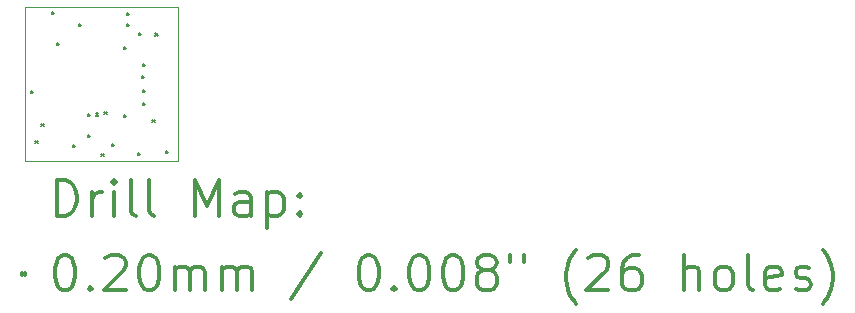
<source format=gbr>
%FSLAX45Y45*%
G04 Gerber Fmt 4.5, Leading zero omitted, Abs format (unit mm)*
G04 Created by KiCad (PCBNEW 4.0.6+dfsg1-1) date Thu Sep  7 21:46:32 2017*
%MOMM*%
%LPD*%
G01*
G04 APERTURE LIST*
%ADD10C,0.127000*%
%ADD11C,0.025400*%
%ADD12C,0.200000*%
%ADD13C,0.300000*%
G04 APERTURE END LIST*
D10*
D11*
X7970012Y-5074920D02*
X8070088Y-5074920D01*
X7970012Y-3774948D02*
X8070088Y-3774948D01*
X8070088Y-3875024D02*
X8070088Y-3774948D01*
X6770116Y-3875024D02*
X6770116Y-3774948D01*
X7970012Y-3774948D02*
X6770116Y-3774948D01*
X8070088Y-5074920D02*
X8070088Y-3875024D01*
X6770116Y-5074920D02*
X7970012Y-5074920D01*
X6770116Y-3875024D02*
X6770116Y-5074920D01*
D12*
X6822567Y-4485767D02*
X6842633Y-4505833D01*
X6842633Y-4485767D02*
X6822567Y-4505833D01*
X6860667Y-4904867D02*
X6880733Y-4924933D01*
X6880733Y-4904867D02*
X6860667Y-4924933D01*
X6911467Y-4765167D02*
X6931533Y-4785233D01*
X6931533Y-4765167D02*
X6911467Y-4785233D01*
X7000367Y-3812667D02*
X7020433Y-3832733D01*
X7020433Y-3812667D02*
X7000367Y-3832733D01*
X7039991Y-4077589D02*
X7060057Y-4097655D01*
X7060057Y-4077589D02*
X7039991Y-4097655D01*
X7178167Y-4942967D02*
X7198233Y-4963033D01*
X7198233Y-4942967D02*
X7178167Y-4963033D01*
X7228967Y-3914267D02*
X7249033Y-3934333D01*
X7249033Y-3914267D02*
X7228967Y-3934333D01*
X7304913Y-4677537D02*
X7324979Y-4697603D01*
X7324979Y-4677537D02*
X7304913Y-4697603D01*
X7305167Y-4854067D02*
X7325233Y-4874133D01*
X7325233Y-4854067D02*
X7305167Y-4874133D01*
X7375017Y-4672457D02*
X7395083Y-4692523D01*
X7395083Y-4672457D02*
X7375017Y-4692523D01*
X7419467Y-5019167D02*
X7439533Y-5039233D01*
X7439533Y-5019167D02*
X7419467Y-5039233D01*
X7444867Y-4663567D02*
X7464933Y-4683633D01*
X7464933Y-4663567D02*
X7444867Y-4683633D01*
X7508367Y-4930267D02*
X7528433Y-4950333D01*
X7528433Y-4930267D02*
X7508367Y-4950333D01*
X7607427Y-4112387D02*
X7627493Y-4132453D01*
X7627493Y-4112387D02*
X7607427Y-4132453D01*
X7607427Y-4683887D02*
X7627493Y-4703953D01*
X7627493Y-4683887D02*
X7607427Y-4703953D01*
X7635367Y-3825367D02*
X7655433Y-3845433D01*
X7655433Y-3825367D02*
X7635367Y-3845433D01*
X7635367Y-3914267D02*
X7655433Y-3934333D01*
X7655433Y-3914267D02*
X7635367Y-3934333D01*
X7730617Y-5006467D02*
X7750683Y-5026533D01*
X7750683Y-5006467D02*
X7730617Y-5026533D01*
X7736967Y-3990467D02*
X7757033Y-4010533D01*
X7757033Y-3990467D02*
X7736967Y-4010533D01*
X7762367Y-4358767D02*
X7782433Y-4378833D01*
X7782433Y-4358767D02*
X7762367Y-4378833D01*
X7769987Y-4254627D02*
X7790053Y-4274693D01*
X7790053Y-4254627D02*
X7769987Y-4274693D01*
X7769987Y-4475607D02*
X7790053Y-4495673D01*
X7790053Y-4475607D02*
X7769987Y-4495673D01*
X7769987Y-4587367D02*
X7790053Y-4607433D01*
X7790053Y-4587367D02*
X7769987Y-4607433D01*
X7851267Y-4727067D02*
X7871333Y-4747133D01*
X7871333Y-4727067D02*
X7851267Y-4747133D01*
X7876667Y-3996817D02*
X7896733Y-4016883D01*
X7896733Y-3996817D02*
X7876667Y-4016883D01*
X7965567Y-4993767D02*
X7985633Y-5013833D01*
X7985633Y-4993767D02*
X7965567Y-5013833D01*
D13*
X7040274Y-5541904D02*
X7040274Y-5241904D01*
X7111703Y-5241904D01*
X7154560Y-5256190D01*
X7183132Y-5284762D01*
X7197417Y-5313333D01*
X7211703Y-5370476D01*
X7211703Y-5413333D01*
X7197417Y-5470476D01*
X7183132Y-5499047D01*
X7154560Y-5527619D01*
X7111703Y-5541904D01*
X7040274Y-5541904D01*
X7340274Y-5541904D02*
X7340274Y-5341904D01*
X7340274Y-5399047D02*
X7354560Y-5370476D01*
X7368846Y-5356190D01*
X7397417Y-5341904D01*
X7425989Y-5341904D01*
X7525989Y-5541904D02*
X7525989Y-5341904D01*
X7525989Y-5241904D02*
X7511703Y-5256190D01*
X7525989Y-5270476D01*
X7540274Y-5256190D01*
X7525989Y-5241904D01*
X7525989Y-5270476D01*
X7711703Y-5541904D02*
X7683132Y-5527619D01*
X7668846Y-5499047D01*
X7668846Y-5241904D01*
X7868846Y-5541904D02*
X7840274Y-5527619D01*
X7825989Y-5499047D01*
X7825989Y-5241904D01*
X8211703Y-5541904D02*
X8211703Y-5241904D01*
X8311703Y-5456190D01*
X8411703Y-5241904D01*
X8411703Y-5541904D01*
X8683132Y-5541904D02*
X8683132Y-5384762D01*
X8668846Y-5356190D01*
X8640275Y-5341904D01*
X8583132Y-5341904D01*
X8554560Y-5356190D01*
X8683132Y-5527619D02*
X8654560Y-5541904D01*
X8583132Y-5541904D01*
X8554560Y-5527619D01*
X8540275Y-5499047D01*
X8540275Y-5470476D01*
X8554560Y-5441904D01*
X8583132Y-5427619D01*
X8654560Y-5427619D01*
X8683132Y-5413333D01*
X8825989Y-5341904D02*
X8825989Y-5641904D01*
X8825989Y-5356190D02*
X8854560Y-5341904D01*
X8911703Y-5341904D01*
X8940275Y-5356190D01*
X8954560Y-5370476D01*
X8968846Y-5399047D01*
X8968846Y-5484762D01*
X8954560Y-5513333D01*
X8940275Y-5527619D01*
X8911703Y-5541904D01*
X8854560Y-5541904D01*
X8825989Y-5527619D01*
X9097417Y-5513333D02*
X9111703Y-5527619D01*
X9097417Y-5541904D01*
X9083132Y-5527619D01*
X9097417Y-5513333D01*
X9097417Y-5541904D01*
X9097417Y-5356190D02*
X9111703Y-5370476D01*
X9097417Y-5384762D01*
X9083132Y-5370476D01*
X9097417Y-5356190D01*
X9097417Y-5384762D01*
X6748780Y-6026157D02*
X6768846Y-6046223D01*
X6768846Y-6026157D02*
X6748780Y-6046223D01*
X7097417Y-5871904D02*
X7125989Y-5871904D01*
X7154560Y-5886190D01*
X7168846Y-5900476D01*
X7183132Y-5929047D01*
X7197417Y-5986190D01*
X7197417Y-6057619D01*
X7183132Y-6114761D01*
X7168846Y-6143333D01*
X7154560Y-6157619D01*
X7125989Y-6171904D01*
X7097417Y-6171904D01*
X7068846Y-6157619D01*
X7054560Y-6143333D01*
X7040274Y-6114761D01*
X7025989Y-6057619D01*
X7025989Y-5986190D01*
X7040274Y-5929047D01*
X7054560Y-5900476D01*
X7068846Y-5886190D01*
X7097417Y-5871904D01*
X7325989Y-6143333D02*
X7340274Y-6157619D01*
X7325989Y-6171904D01*
X7311703Y-6157619D01*
X7325989Y-6143333D01*
X7325989Y-6171904D01*
X7454560Y-5900476D02*
X7468846Y-5886190D01*
X7497417Y-5871904D01*
X7568846Y-5871904D01*
X7597417Y-5886190D01*
X7611703Y-5900476D01*
X7625989Y-5929047D01*
X7625989Y-5957619D01*
X7611703Y-6000476D01*
X7440274Y-6171904D01*
X7625989Y-6171904D01*
X7811703Y-5871904D02*
X7840274Y-5871904D01*
X7868846Y-5886190D01*
X7883132Y-5900476D01*
X7897417Y-5929047D01*
X7911703Y-5986190D01*
X7911703Y-6057619D01*
X7897417Y-6114761D01*
X7883132Y-6143333D01*
X7868846Y-6157619D01*
X7840274Y-6171904D01*
X7811703Y-6171904D01*
X7783132Y-6157619D01*
X7768846Y-6143333D01*
X7754560Y-6114761D01*
X7740274Y-6057619D01*
X7740274Y-5986190D01*
X7754560Y-5929047D01*
X7768846Y-5900476D01*
X7783132Y-5886190D01*
X7811703Y-5871904D01*
X8040274Y-6171904D02*
X8040274Y-5971904D01*
X8040274Y-6000476D02*
X8054560Y-5986190D01*
X8083132Y-5971904D01*
X8125989Y-5971904D01*
X8154560Y-5986190D01*
X8168846Y-6014761D01*
X8168846Y-6171904D01*
X8168846Y-6014761D02*
X8183132Y-5986190D01*
X8211703Y-5971904D01*
X8254560Y-5971904D01*
X8283132Y-5986190D01*
X8297417Y-6014761D01*
X8297417Y-6171904D01*
X8440275Y-6171904D02*
X8440275Y-5971904D01*
X8440275Y-6000476D02*
X8454560Y-5986190D01*
X8483132Y-5971904D01*
X8525989Y-5971904D01*
X8554560Y-5986190D01*
X8568846Y-6014761D01*
X8568846Y-6171904D01*
X8568846Y-6014761D02*
X8583132Y-5986190D01*
X8611703Y-5971904D01*
X8654560Y-5971904D01*
X8683132Y-5986190D01*
X8697417Y-6014761D01*
X8697417Y-6171904D01*
X9283132Y-5857619D02*
X9025989Y-6243333D01*
X9668846Y-5871904D02*
X9697417Y-5871904D01*
X9725989Y-5886190D01*
X9740274Y-5900476D01*
X9754560Y-5929047D01*
X9768846Y-5986190D01*
X9768846Y-6057619D01*
X9754560Y-6114761D01*
X9740274Y-6143333D01*
X9725989Y-6157619D01*
X9697417Y-6171904D01*
X9668846Y-6171904D01*
X9640274Y-6157619D01*
X9625989Y-6143333D01*
X9611703Y-6114761D01*
X9597417Y-6057619D01*
X9597417Y-5986190D01*
X9611703Y-5929047D01*
X9625989Y-5900476D01*
X9640274Y-5886190D01*
X9668846Y-5871904D01*
X9897417Y-6143333D02*
X9911703Y-6157619D01*
X9897417Y-6171904D01*
X9883132Y-6157619D01*
X9897417Y-6143333D01*
X9897417Y-6171904D01*
X10097417Y-5871904D02*
X10125989Y-5871904D01*
X10154560Y-5886190D01*
X10168846Y-5900476D01*
X10183132Y-5929047D01*
X10197417Y-5986190D01*
X10197417Y-6057619D01*
X10183132Y-6114761D01*
X10168846Y-6143333D01*
X10154560Y-6157619D01*
X10125989Y-6171904D01*
X10097417Y-6171904D01*
X10068846Y-6157619D01*
X10054560Y-6143333D01*
X10040274Y-6114761D01*
X10025989Y-6057619D01*
X10025989Y-5986190D01*
X10040274Y-5929047D01*
X10054560Y-5900476D01*
X10068846Y-5886190D01*
X10097417Y-5871904D01*
X10383132Y-5871904D02*
X10411703Y-5871904D01*
X10440274Y-5886190D01*
X10454560Y-5900476D01*
X10468846Y-5929047D01*
X10483132Y-5986190D01*
X10483132Y-6057619D01*
X10468846Y-6114761D01*
X10454560Y-6143333D01*
X10440274Y-6157619D01*
X10411703Y-6171904D01*
X10383132Y-6171904D01*
X10354560Y-6157619D01*
X10340274Y-6143333D01*
X10325989Y-6114761D01*
X10311703Y-6057619D01*
X10311703Y-5986190D01*
X10325989Y-5929047D01*
X10340274Y-5900476D01*
X10354560Y-5886190D01*
X10383132Y-5871904D01*
X10654560Y-6000476D02*
X10625989Y-5986190D01*
X10611703Y-5971904D01*
X10597417Y-5943333D01*
X10597417Y-5929047D01*
X10611703Y-5900476D01*
X10625989Y-5886190D01*
X10654560Y-5871904D01*
X10711703Y-5871904D01*
X10740274Y-5886190D01*
X10754560Y-5900476D01*
X10768846Y-5929047D01*
X10768846Y-5943333D01*
X10754560Y-5971904D01*
X10740274Y-5986190D01*
X10711703Y-6000476D01*
X10654560Y-6000476D01*
X10625989Y-6014761D01*
X10611703Y-6029047D01*
X10597417Y-6057619D01*
X10597417Y-6114761D01*
X10611703Y-6143333D01*
X10625989Y-6157619D01*
X10654560Y-6171904D01*
X10711703Y-6171904D01*
X10740274Y-6157619D01*
X10754560Y-6143333D01*
X10768846Y-6114761D01*
X10768846Y-6057619D01*
X10754560Y-6029047D01*
X10740274Y-6014761D01*
X10711703Y-6000476D01*
X10883132Y-5871904D02*
X10883132Y-5929047D01*
X10997417Y-5871904D02*
X10997417Y-5929047D01*
X11440274Y-6286190D02*
X11425989Y-6271904D01*
X11397417Y-6229047D01*
X11383131Y-6200476D01*
X11368846Y-6157619D01*
X11354560Y-6086190D01*
X11354560Y-6029047D01*
X11368846Y-5957619D01*
X11383131Y-5914761D01*
X11397417Y-5886190D01*
X11425989Y-5843333D01*
X11440274Y-5829047D01*
X11540274Y-5900476D02*
X11554560Y-5886190D01*
X11583131Y-5871904D01*
X11654560Y-5871904D01*
X11683131Y-5886190D01*
X11697417Y-5900476D01*
X11711703Y-5929047D01*
X11711703Y-5957619D01*
X11697417Y-6000476D01*
X11525989Y-6171904D01*
X11711703Y-6171904D01*
X11968846Y-5871904D02*
X11911703Y-5871904D01*
X11883131Y-5886190D01*
X11868846Y-5900476D01*
X11840274Y-5943333D01*
X11825989Y-6000476D01*
X11825989Y-6114761D01*
X11840274Y-6143333D01*
X11854560Y-6157619D01*
X11883131Y-6171904D01*
X11940274Y-6171904D01*
X11968846Y-6157619D01*
X11983131Y-6143333D01*
X11997417Y-6114761D01*
X11997417Y-6043333D01*
X11983131Y-6014761D01*
X11968846Y-6000476D01*
X11940274Y-5986190D01*
X11883131Y-5986190D01*
X11854560Y-6000476D01*
X11840274Y-6014761D01*
X11825989Y-6043333D01*
X12354560Y-6171904D02*
X12354560Y-5871904D01*
X12483131Y-6171904D02*
X12483131Y-6014761D01*
X12468846Y-5986190D01*
X12440274Y-5971904D01*
X12397417Y-5971904D01*
X12368846Y-5986190D01*
X12354560Y-6000476D01*
X12668846Y-6171904D02*
X12640274Y-6157619D01*
X12625989Y-6143333D01*
X12611703Y-6114761D01*
X12611703Y-6029047D01*
X12625989Y-6000476D01*
X12640274Y-5986190D01*
X12668846Y-5971904D01*
X12711703Y-5971904D01*
X12740274Y-5986190D01*
X12754560Y-6000476D01*
X12768846Y-6029047D01*
X12768846Y-6114761D01*
X12754560Y-6143333D01*
X12740274Y-6157619D01*
X12711703Y-6171904D01*
X12668846Y-6171904D01*
X12940274Y-6171904D02*
X12911703Y-6157619D01*
X12897417Y-6129047D01*
X12897417Y-5871904D01*
X13168846Y-6157619D02*
X13140274Y-6171904D01*
X13083132Y-6171904D01*
X13054560Y-6157619D01*
X13040274Y-6129047D01*
X13040274Y-6014761D01*
X13054560Y-5986190D01*
X13083132Y-5971904D01*
X13140274Y-5971904D01*
X13168846Y-5986190D01*
X13183132Y-6014761D01*
X13183132Y-6043333D01*
X13040274Y-6071904D01*
X13297417Y-6157619D02*
X13325989Y-6171904D01*
X13383132Y-6171904D01*
X13411703Y-6157619D01*
X13425989Y-6129047D01*
X13425989Y-6114761D01*
X13411703Y-6086190D01*
X13383132Y-6071904D01*
X13340274Y-6071904D01*
X13311703Y-6057619D01*
X13297417Y-6029047D01*
X13297417Y-6014761D01*
X13311703Y-5986190D01*
X13340274Y-5971904D01*
X13383132Y-5971904D01*
X13411703Y-5986190D01*
X13525989Y-6286190D02*
X13540274Y-6271904D01*
X13568846Y-6229047D01*
X13583132Y-6200476D01*
X13597417Y-6157619D01*
X13611703Y-6086190D01*
X13611703Y-6029047D01*
X13597417Y-5957619D01*
X13583132Y-5914761D01*
X13568846Y-5886190D01*
X13540274Y-5843333D01*
X13525989Y-5829047D01*
M02*

</source>
